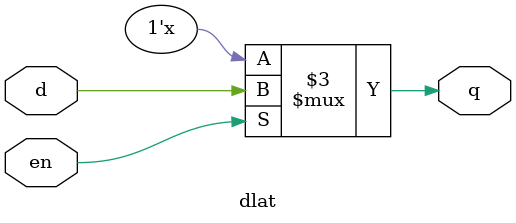
<source format=v>
module dlat(d,en,q);
input d,en;
output reg q;

always @ * begin
if(en)
q=d;
else
q=q;
end
endmodule

</source>
